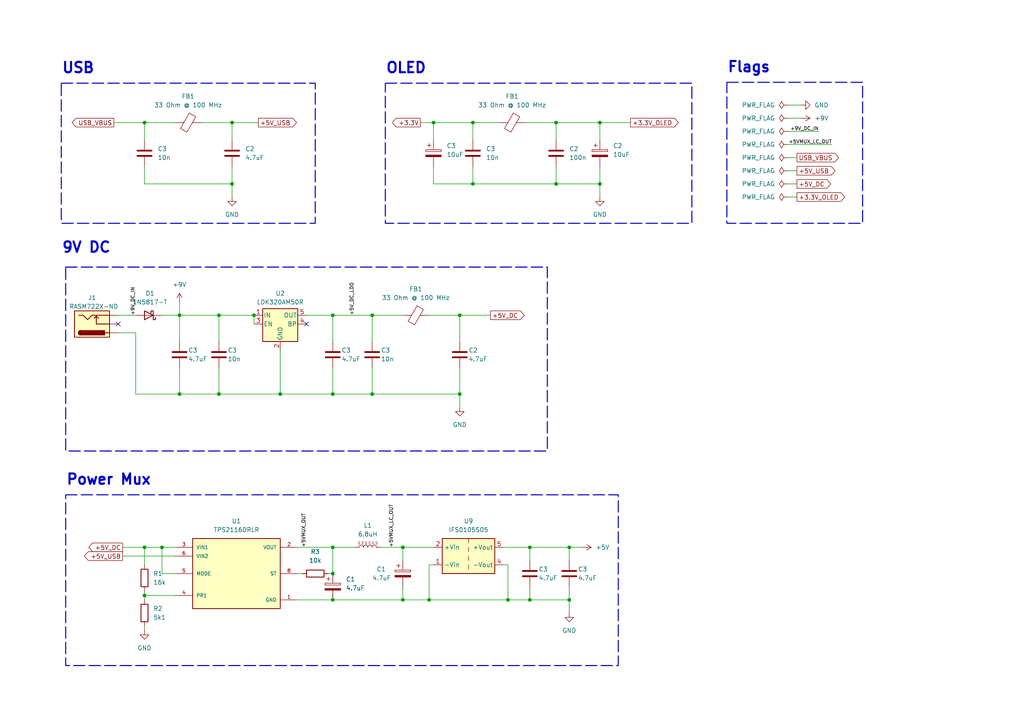
<source format=kicad_sch>
(kicad_sch (version 20230121) (generator eeschema)
  (paper "A4")
  (lib_symbols
    (symbol "DaisyBoard:1N5817-T" (pin_numbers hide) (pin_names (offset 1.016) hide)
      (property "Reference" "D" (at 0 2.54 0))
      (property "Value" "1N5817-T" (at 0 -2.54 0))
      (symbol "1N5817-T_0_1"
        (polyline (pts (xy 1.27 0) (xy -1.27 0)))
        (polyline (pts (xy 1.27 1.27) (xy 1.27 -1.27) (xy -1.27 0) (xy 1.27 1.27)) (stroke (width 0.254)))
        (polyline (pts (xy -1.905 0.635) (xy -1.905 1.27) (xy -1.27 1.27) (xy -1.27 -1.27) (xy -0.635 -1.27) (xy -0.635 -0.635)) (stroke (width 0.254)))
      )
      (symbol "1N5817-T_1_1"
        (pin passive line (at -3.81 0 0) (length 2.54) (name "K") (number "1"))
        (pin passive line (at 3.81 0 180) (length 2.54) (name "A") (number "2"))
      )
    )
    (symbol "DaisyBoard:865230440001" (pin_numbers hide) (pin_names (offset 0.254))
      (property "Reference" "C" (at 0.635 2.54 0))
      (property "Value" "4.7uF" (at 0.635 -2.54 0))
      (symbol "865230440001_0_1"
        (rectangle (start -2.286 0.508) (end 2.286 1.016))
        (polyline (pts (xy -1.778 2.286) (xy -0.762 2.286)))
        (polyline (pts (xy -1.27 2.794) (xy -1.27 1.778)))
        (rectangle (start 2.286 -0.508) (end -2.286 -1.016) (fill (type outline)))
      )
      (symbol "865230440001_1_1"
        (pin passive line (at 0 3.81 270) (length 2.794) (name "~") (number "1"))
        (pin passive line (at 0 -3.81 90) (length 2.794) (name "~") (number "2"))
      )
    )
    (symbol "DaisyBoard:BLM18PG330SN1D" (pin_numbers hide) (pin_names (offset 0))
      (property "Reference" "FB" (at -3.81 0.635 90))
      (property "Value" "33 Ohm @ 100 MHz" (at 3.81 0 90))
      (symbol "BLM18PG330SN1D_0_1"
        (polyline (pts (xy 0 -1.27) (xy 0 -1.2192)))
        (polyline (pts (xy 0 1.27) (xy 0 1.2954)))
        (polyline (pts (xy -2.7686 0.4064) (xy -1.7018 2.2606) (xy 2.7686 -0.3048) (xy 1.6764 -2.159) (xy -2.7686 0.4064)))
      )
      (symbol "BLM18PG330SN1D_1_1"
        (pin passive line (at 0 3.81 270) (length 2.54) (name "~") (number "1"))
        (pin passive line (at 0 -3.81 90) (length 2.54) (name "~") (number "2"))
      )
    )
    (symbol "DaisyBoard:CC0603KRX7R8BB103" (pin_numbers hide) (pin_names (offset 0.254))
      (property "Reference" "C" (at 0.635 2.54 0))
      (property "Value" "10n" (at 0.635 -2.54 0))
      (symbol "CC0603KRX7R8BB103_0_1"
        (polyline (pts (xy -2.032 -0.762) (xy 2.032 -0.762)) (stroke (width 0.508)))
        (polyline (pts (xy -2.032 0.762) (xy 2.032 0.762)) (stroke (width 0.508)))
      )
      (symbol "CC0603KRX7R8BB103_1_1"
        (pin passive line (at 0 3.81 270) (length 2.794) (name "~") (number "1"))
        (pin passive line (at 0 -3.81 90) (length 2.794) (name "~") (number "2"))
      )
    )
    (symbol "DaisyBoard:CC0603KRX7R8BB104" (pin_numbers hide) (pin_names (offset 0.254))
      (property "Reference" "C" (at 0.635 2.54 0))
      (property "Value" "100n" (at 0.635 -2.54 0))
      (symbol "CC0603KRX7R8BB104_0_1"
        (polyline (pts (xy -2.032 -0.762) (xy 2.032 -0.762)) (stroke (width 0.508)))
        (polyline (pts (xy -2.032 0.762) (xy 2.032 0.762)) (stroke (width 0.508)))
      )
      (symbol "CC0603KRX7R8BB104_1_1"
        (pin passive line (at 0 3.81 270) (length 2.794) (name "~") (number "1"))
        (pin passive line (at 0 -3.81 90) (length 2.794) (name "~") (number "2"))
      )
    )
    (symbol "DaisyBoard:GRM188R61E475KE11D" (pin_numbers hide) (pin_names (offset 0.254))
      (property "Reference" "C" (at 0.635 2.54 0))
      (property "Value" "4.7uF" (at 0.635 -2.54 0))
      (symbol "GRM188R61E475KE11D_0_1"
        (polyline (pts (xy -2.032 -0.762) (xy 2.032 -0.762)) (stroke (width 0.508)))
        (polyline (pts (xy -2.032 0.762) (xy 2.032 0.762)) (stroke (width 0.508)))
      )
      (symbol "GRM188R61E475KE11D_1_1"
        (pin passive line (at 0 3.81 270) (length 2.794) (name "~") (number "1"))
        (pin passive line (at 0 -3.81 90) (length 2.794) (name "~") (number "2"))
      )
    )
    (symbol "DaisyBoard:IFS0105S05"
      (property "Reference" "U" (at 0 8.89 0))
      (property "Value" "IFS0105S05" (at 0 6.35 0))
      (symbol "IFS0105S05_0_0"
        (pin power_out line (at 10.16 2.54 180) (length 2.54) (name "+Vout") (number "5"))
      )
      (symbol "IFS0105S05_0_1"
        (rectangle (start -7.62 5.08) (end 7.62 -5.08) (stroke (width 0.254)) (fill (type background)))
        (polyline (pts (xy 0 -2.54) (xy 0 -3.81)))
        (polyline (pts (xy 0 0) (xy 0 -1.27)))
        (polyline (pts (xy 0 2.54) (xy 0 1.27)))
        (polyline (pts (xy 0 5.08) (xy 0 3.81)))
      )
      (symbol "IFS0105S05_1_0"
        (pin passive line (at -10.16 -2.54 0) (length 2.54) (name "-Vin") (number "1"))
        (pin no_connect line (at 3.81 -7.62 90) (length 2.54) hide (name "NC") (number "3"))
        (pin passive line (at 10.16 -2.54 180) (length 2.54) (name "-Vout") (number "4"))
        (pin no_connect line (at -1.27 -7.62 90) (length 2.54) hide (name "NC") (number "6"))
        (pin no_connect line (at -3.81 -7.62 90) (length 2.54) hide (name "NC") (number "7"))
        (pin no_connect line (at 1.27 -7.62 90) (length 2.54) hide (name "NC") (number "8"))
      )
      (symbol "IFS0105S05_1_1"
        (pin power_in line (at -10.16 2.54 0) (length 2.54) (name "+Vin") (number "2"))
      )
    )
    (symbol "DaisyBoard:LDK320AM50R" (pin_names (offset 0.254))
      (property "Reference" "U" (at -3.81 5.715 0))
      (property "Value" "LDK320AM50R" (at 0 5.715 0))
      (symbol "LDK320AM50R_0_1"
        (rectangle (start -5.08 4.445) (end 5.08 -5.08) (stroke (width 0.254)) (fill (type background)))
      )
      (symbol "LDK320AM50R_1_1"
        (pin power_in line (at -7.62 2.54 0) (length 2.54) (name "IN") (number "1"))
        (pin power_in line (at 0 -7.62 90) (length 2.54) (name "GND") (number "2"))
        (pin input line (at -7.62 0 0) (length 2.54) (name "EN") (number "3"))
        (pin passive line (at 7.62 0 180) (length 2.54) (name "BP") (number "4"))
        (pin power_out line (at 7.62 2.54 180) (length 2.54) (name "OUT") (number "5"))
      )
    )
    (symbol "DaisyBoard:RASM722X" (pin_numbers hide) (pin_names hide)
      (property "Reference" "J" (at 0 5.334 0))
      (property "Value" "RASM722X-ND" (at 0 -5.08 0))
      (symbol "RASM722X_0_1"
        (rectangle (start -5.08 3.81) (end 5.08 -3.81) (stroke (width 0.254)) (fill (type background)))
        (arc (start -3.302 3.175) (mid -3.9343 2.54) (end -3.302 1.905) (stroke (width 0.254)))
        (arc (start -3.302 3.175) (mid -3.9343 2.54) (end -3.302 1.905) (stroke (width 0.254)) (fill (type outline)))
        (polyline (pts (xy 1.27 -2.286) (xy 1.905 -1.651)) (stroke (width 0.254)))
        (polyline (pts (xy 5.08 2.54) (xy 3.81 2.54)) (stroke (width 0.254)))
        (polyline (pts (xy 5.08 0) (xy 1.27 0) (xy 1.27 -2.286) (xy 0.635 -1.651)) (stroke (width 0.254)))
        (polyline (pts (xy -3.81 -2.54) (xy -2.54 -2.54) (xy -1.27 -1.27) (xy 0 -2.54) (xy 2.54 -2.54) (xy 5.08 -2.54)) (stroke (width 0.254)))
        (rectangle (start 3.683 3.175) (end -3.302 1.905) (stroke (width 0.254)) (fill (type outline)))
      )
      (symbol "RASM722X_1_1"
        (pin passive line (at 7.62 0 180) (length 2.54) (name "SHUNT") (number "SHUNT"))
        (pin passive line (at 7.62 -2.54 180) (length 2.54) (name "SLEEVE") (number "SLEEVE"))
        (pin passive line (at 7.62 2.54 180) (length 2.54) (name "TIP") (number "TIP"))
      )
    )
    (symbol "DaisyBoard:RC0603FR-0710KL" (pin_numbers hide) (pin_names (offset 0))
      (property "Reference" "R" (at 2.032 0 90))
      (property "Value" "10k" (at 0 0 90))
      (symbol "RC0603FR-0710KL_0_1"
        (rectangle (start -1.016 -2.54) (end 1.016 2.54) (stroke (width 0.254)))
      )
      (symbol "RC0603FR-0710KL_1_1"
        (pin passive line (at 0 3.81 270) (length 1.27) (name "~") (number "1"))
        (pin passive line (at 0 -3.81 90) (length 1.27) (name "~") (number "2"))
      )
    )
    (symbol "DaisyBoard:RC0603FR-0716KL" (pin_numbers hide) (pin_names (offset 0))
      (property "Reference" "R" (at 2.032 0 90))
      (property "Value" "16k" (at 0 0 90))
      (symbol "RC0603FR-0716KL_0_1"
        (rectangle (start -1.016 -2.54) (end 1.016 2.54) (stroke (width 0.254)))
      )
      (symbol "RC0603FR-0716KL_1_1"
        (pin passive line (at 0 3.81 270) (length 1.27) (name "~") (number "1"))
        (pin passive line (at 0 -3.81 90) (length 1.27) (name "~") (number "2"))
      )
    )
    (symbol "DaisyBoard:RC0603FR-075K1L" (pin_numbers hide) (pin_names (offset 0))
      (property "Reference" "R" (at 2.032 0 90))
      (property "Value" "5k1" (at 0 0 90))
      (symbol "RC0603FR-075K1L_0_1"
        (rectangle (start -1.016 -2.54) (end 1.016 2.54) (stroke (width 0.254)))
      )
      (symbol "RC0603FR-075K1L_1_1"
        (pin passive line (at 0 3.81 270) (length 1.27) (name "~") (number "1"))
        (pin passive line (at 0 -3.81 90) (length 1.27) (name "~") (number "2"))
      )
    )
    (symbol "DaisyBoard:TPS2116DRLR" (pin_names (offset 1.016))
      (property "Reference" "U" (at -12.7 11.049 0))
      (property "Value" "TPS2116DRLR" (at -12.7 -12.7 0))
      (symbol "TPS2116DRLR_0_0"
        (rectangle (start -12.7 10.16) (end 12.7 -10.16) (stroke (width 0.254)) (fill (type background)))
        (pin power_in line (at 17.78 -7.62 180) (length 5.08) (name "GND") (number "1"))
        (pin input line (at -17.78 -6.35 0) (length 5.08) (name "PR1") (number "4"))
        (pin input line (at -17.78 0 0) (length 5.08) (name "MODE") (number "5"))
        (pin output line (at 17.78 0 180) (length 5.08) (name "ST") (number "8"))
      )
      (symbol "TPS2116DRLR_1_0"
        (pin power_out line (at 17.78 7.62 180) (length 5.08) (name "VOUT") (number "2"))
        (pin power_in line (at -17.78 7.62 0) (length 5.08) (name "VIN1") (number "3"))
        (pin power_in line (at -17.78 5.08 0) (length 5.08) (name "VIN2") (number "6"))
        (pin passive line (at 17.78 7.62 180) (length 5.08) hide (name "VOUT") (number "7"))
      )
    )
    (symbol "DaisyBoard:TPSB106K016R0500" (pin_numbers hide) (pin_names (offset 0.254))
      (property "Reference" "C" (at 0.635 2.54 0))
      (property "Value" "10uF" (at 0.635 -2.54 0))
      (symbol "TPSB106K016R0500_0_1"
        (rectangle (start -2.286 0.508) (end 2.286 1.016))
        (polyline (pts (xy -1.778 2.286) (xy -0.762 2.286)))
        (polyline (pts (xy -1.27 2.794) (xy -1.27 1.778)))
        (rectangle (start 2.286 -0.508) (end -2.286 -1.016) (fill (type outline)))
      )
      (symbol "TPSB106K016R0500_1_1"
        (pin passive line (at 0 3.81 270) (length 2.794) (name "~") (number "1"))
        (pin passive line (at 0 -3.81 90) (length 2.794) (name "~") (number "2"))
      )
    )
    (symbol "Device:L_Ferrite" (pin_numbers hide) (pin_names (offset 1.016) hide)
      (property "Reference" "L" (at -1.27 0 90))
      (property "Value" "L_Ferrite" (at 2.794 0 90))
      (symbol "L_Ferrite_0_1"
        (arc (start 0 -2.54) (mid 0.6323 -1.905) (end 0 -1.27))
        (arc (start 0 -1.27) (mid 0.6323 -0.635) (end 0 0))
        (polyline (pts (xy 1.016 -2.794) (xy 1.016 -2.286)))
        (polyline (pts (xy 1.016 -1.778) (xy 1.016 -1.27)))
        (polyline (pts (xy 1.016 -0.762) (xy 1.016 -0.254)))
        (polyline (pts (xy 1.016 0.254) (xy 1.016 0.762)))
        (polyline (pts (xy 1.016 1.27) (xy 1.016 1.778)))
        (polyline (pts (xy 1.016 2.286) (xy 1.016 2.794)))
        (polyline (pts (xy 1.524 -2.286) (xy 1.524 -2.794)))
        (polyline (pts (xy 1.524 -1.27) (xy 1.524 -1.778)))
        (polyline (pts (xy 1.524 -0.254) (xy 1.524 -0.762)))
        (polyline (pts (xy 1.524 0.762) (xy 1.524 0.254)))
        (polyline (pts (xy 1.524 1.778) (xy 1.524 1.27)))
        (polyline (pts (xy 1.524 2.794) (xy 1.524 2.286)))
        (arc (start 0 0) (mid 0.6323 0.635) (end 0 1.27))
        (arc (start 0 1.27) (mid 0.6323 1.905) (end 0 2.54))
      )
      (symbol "L_Ferrite_1_1"
        (pin passive line (at 0 3.81 270) (length 1.27) (name "1") (number "1"))
        (pin passive line (at 0 -3.81 90) (length 1.27) (name "2") (number "2"))
      )
    )
    (symbol "power:+5V" (power) (pin_names (offset 0))
      (property "Value" "+5V" (at 0 3.556 0))
      (symbol "+5V_0_1"
        (polyline (pts (xy -0.762 1.27) (xy 0 2.54)))
        (polyline (pts (xy 0 0) (xy 0 2.54)))
        (polyline (pts (xy 0 2.54) (xy 0.762 1.27)))
      )
      (symbol "+5V_1_1"
        (pin power_in line (at 0 0 90) (length 0) hide (name "+5V") (number "1"))
      )
    )
    (symbol "power:+9V" (power) (pin_names (offset 0))
      (property "Value" "+9V" (at 0 3.556 0))
      (symbol "+9V_0_1"
        (polyline (pts (xy -0.762 1.27) (xy 0 2.54)))
        (polyline (pts (xy 0 0) (xy 0 2.54)))
        (polyline (pts (xy 0 2.54) (xy 0.762 1.27)))
      )
      (symbol "+9V_1_1"
        (pin power_in line (at 0 0 90) (length 0) hide (name "+9V") (number "1"))
      )
    )
    (symbol "power:GND" (power) (pin_names (offset 0))
      (property "Value" "GND" (at 0 -3.81 0))
      (symbol "GND_0_1"
        (polyline (pts (xy 0 0) (xy 0 -1.27) (xy 1.27 -1.27) (xy 0 -2.54) (xy -1.27 -1.27) (xy 0 -1.27)))
      )
      (symbol "GND_1_1"
        (pin power_in line (at 0 0 270) (length 0) hide (name "GND") (number "1"))
      )
    )
    (symbol "power:PWR_FLAG" (power) (pin_numbers hide) (pin_names (offset 0) hide)
      (property "Value" "PWR_FLAG" (at 0 3.81 0))
      (symbol "PWR_FLAG_0_0"
        (pin power_out line (at 0 0 90) (length 0) (name "pwr") (number "1"))
      )
      (symbol "PWR_FLAG_0_1"
        (polyline (pts (xy 0 0) (xy 0 1.27) (xy -1.016 1.905) (xy 0 2.54) (xy 1.016 1.905) (xy 0 1.27)))
      )
    )
  )
  (junction (at 52.07 91.44))
  (junction (at 133.35 114.3))
  (junction (at 96.52 158.75))
  (junction (at 153.67 158.75))
  (junction (at 147.32 173.99))
  (junction (at 67.31 53.34))
  (junction (at 153.67 173.99))
  (junction (at 96.52 166.37))
  (junction (at 96.52 173.99))
  (junction (at 41.91 172.72))
  (junction (at 116.84 158.75))
  (junction (at 173.99 35.56))
  (junction (at 63.5 114.3))
  (junction (at 124.46 173.99))
  (junction (at 81.28 114.3))
  (junction (at 67.31 35.56))
  (junction (at 52.07 114.3))
  (junction (at 107.95 114.3))
  (junction (at 41.91 35.56))
  (junction (at 173.99 53.34))
  (junction (at 96.52 114.3))
  (junction (at 96.52 91.44))
  (junction (at 116.84 173.99))
  (junction (at 165.1 173.99))
  (junction (at 161.29 53.34))
  (junction (at 46.99 158.75))
  (junction (at 73.66 91.44))
  (junction (at 133.35 91.44))
  (junction (at 41.91 158.75))
  (junction (at 165.1 158.75))
  (junction (at 125.73 35.56))
  (junction (at 107.95 91.44))
  (junction (at 161.29 35.56))
  (junction (at 137.16 35.56))
  (junction (at 63.5 91.44))
  (junction (at 137.16 53.34))
  (no_connect (at 88.9 93.98))
  (no_connect (at 34.29 93.98))
  (wire (pts (xy 67.31 35.56) (xy 74.93 35.56)))
  (wire (pts (xy 107.95 114.3) (xy 133.35 114.3)))
  (wire (pts (xy 86.36 173.99) (xy 96.52 173.99)))
  (wire (pts (xy 228.6 41.91) (xy 241.3 41.91)))
  (wire (pts (xy 153.67 158.75) (xy 146.05 158.75)))
  (wire (pts (xy 81.28 114.3) (xy 96.52 114.3)))
  (wire (pts (xy 228.6 34.29) (xy 232.41 34.29)))
  (wire (pts (xy 41.91 171.45) (xy 41.91 172.72)))
  (wire (pts (xy 41.91 158.75) (xy 41.91 163.83)))
  (wire (pts (xy 153.67 162.56) (xy 153.67 158.75)))
  (wire (pts (xy 153.67 170.18) (xy 153.67 173.99)))
  (wire (pts (xy 173.99 40.64) (xy 173.99 35.56)))
  (wire (pts (xy 116.84 173.99) (xy 124.46 173.99)))
  (wire (pts (xy 63.5 91.44) (xy 63.5 99.06)))
  (wire (pts (xy 73.66 91.44) (xy 73.66 93.98)))
  (wire (pts (xy 86.36 166.37) (xy 87.63 166.37)))
  (wire (pts (xy 41.91 181.61) (xy 41.91 182.88)))
  (wire (pts (xy 133.35 91.44) (xy 133.35 99.06)))
  (wire (pts (xy 137.16 48.26) (xy 137.16 53.34)))
  (wire (pts (xy 161.29 48.26) (xy 161.29 53.34)))
  (wire (pts (xy 96.52 91.44) (xy 107.95 91.44)))
  (wire (pts (xy 52.07 91.44) (xy 63.5 91.44)))
  (wire (pts (xy 153.67 173.99) (xy 165.1 173.99)))
  (wire (pts (xy 152.4 35.56) (xy 161.29 35.56)))
  (wire (pts (xy 41.91 35.56) (xy 50.8 35.56)))
  (wire (pts (xy 110.49 158.75) (xy 116.84 158.75)))
  (wire (pts (xy 63.5 114.3) (xy 81.28 114.3)))
  (wire (pts (xy 173.99 35.56) (xy 182.88 35.56)))
  (wire (pts (xy 67.31 48.26) (xy 67.31 53.34)))
  (wire (pts (xy 173.99 35.56) (xy 161.29 35.56)))
  (wire (pts (xy 96.52 114.3) (xy 107.95 114.3)))
  (wire (pts (xy 165.1 162.56) (xy 165.1 158.75)))
  (wire (pts (xy 228.6 30.48) (xy 232.41 30.48)))
  (wire (pts (xy 96.52 158.75) (xy 102.87 158.75)))
  (wire (pts (xy 39.37 91.44) (xy 34.29 91.44)))
  (wire (pts (xy 41.91 172.72) (xy 41.91 173.99)))
  (wire (pts (xy 228.6 57.15) (xy 231.14 57.15)))
  (wire (pts (xy 125.73 48.26) (xy 125.73 53.34)))
  (wire (pts (xy 39.37 114.3) (xy 52.07 114.3)))
  (wire (pts (xy 58.42 35.56) (xy 67.31 35.56)))
  (wire (pts (xy 116.84 158.75) (xy 116.84 162.56)))
  (wire (pts (xy 133.35 114.3) (xy 133.35 118.11)))
  (wire (pts (xy 228.6 45.72) (xy 231.14 45.72)))
  (wire (pts (xy 41.91 48.26) (xy 41.91 53.34)))
  (wire (pts (xy 137.16 35.56) (xy 144.78 35.56)))
  (wire (pts (xy 173.99 53.34) (xy 173.99 57.15)))
  (wire (pts (xy 125.73 35.56) (xy 125.73 40.64)))
  (wire (pts (xy 41.91 172.72) (xy 50.8 172.72)))
  (wire (pts (xy 46.99 158.75) (xy 46.99 166.37)))
  (wire (pts (xy 52.07 91.44) (xy 52.07 99.06)))
  (wire (pts (xy 153.67 173.99) (xy 147.32 173.99)))
  (wire (pts (xy 107.95 91.44) (xy 116.84 91.44)))
  (wire (pts (xy 137.16 53.34) (xy 161.29 53.34)))
  (wire (pts (xy 161.29 35.56) (xy 161.29 40.64)))
  (wire (pts (xy 35.56 158.75) (xy 41.91 158.75)))
  (wire (pts (xy 228.6 38.1) (xy 237.49 38.1)))
  (wire (pts (xy 96.52 173.99) (xy 116.84 173.99)))
  (wire (pts (xy 147.32 163.83) (xy 146.05 163.83)))
  (wire (pts (xy 147.32 163.83) (xy 147.32 173.99)))
  (wire (pts (xy 96.52 91.44) (xy 96.52 99.06)))
  (wire (pts (xy 124.46 163.83) (xy 124.46 173.99)))
  (wire (pts (xy 34.29 96.52) (xy 39.37 96.52)))
  (wire (pts (xy 228.6 53.34) (xy 231.14 53.34)))
  (wire (pts (xy 116.84 170.18) (xy 116.84 173.99)))
  (wire (pts (xy 124.46 163.83) (xy 125.73 163.83)))
  (wire (pts (xy 52.07 87.63) (xy 52.07 91.44)))
  (wire (pts (xy 96.52 158.75) (xy 96.52 166.37)))
  (wire (pts (xy 63.5 91.44) (xy 73.66 91.44)))
  (wire (pts (xy 52.07 114.3) (xy 63.5 114.3)))
  (wire (pts (xy 41.91 40.64) (xy 41.91 35.56)))
  (wire (pts (xy 33.02 35.56) (xy 41.91 35.56)))
  (wire (pts (xy 46.99 158.75) (xy 50.8 158.75)))
  (wire (pts (xy 41.91 53.34) (xy 67.31 53.34)))
  (wire (pts (xy 88.9 91.44) (xy 96.52 91.44)))
  (wire (pts (xy 165.1 170.18) (xy 165.1 173.99)))
  (wire (pts (xy 133.35 106.68) (xy 133.35 114.3)))
  (wire (pts (xy 67.31 35.56) (xy 67.31 40.64)))
  (wire (pts (xy 39.37 96.52) (xy 39.37 114.3)))
  (wire (pts (xy 161.29 53.34) (xy 173.99 53.34)))
  (wire (pts (xy 50.8 166.37) (xy 46.99 166.37)))
  (wire (pts (xy 95.25 166.37) (xy 96.52 166.37)))
  (wire (pts (xy 153.67 158.75) (xy 165.1 158.75)))
  (wire (pts (xy 165.1 173.99) (xy 165.1 177.8)))
  (wire (pts (xy 125.73 35.56) (xy 137.16 35.56)))
  (wire (pts (xy 107.95 106.68) (xy 107.95 114.3)))
  (wire (pts (xy 165.1 158.75) (xy 168.91 158.75)))
  (wire (pts (xy 124.46 173.99) (xy 147.32 173.99)))
  (wire (pts (xy 125.73 53.34) (xy 137.16 53.34)))
  (wire (pts (xy 52.07 106.68) (xy 52.07 114.3)))
  (wire (pts (xy 41.91 158.75) (xy 46.99 158.75)))
  (wire (pts (xy 63.5 106.68) (xy 63.5 114.3)))
  (wire (pts (xy 86.36 158.75) (xy 96.52 158.75)))
  (wire (pts (xy 35.56 161.29) (xy 50.8 161.29)))
  (wire (pts (xy 133.35 91.44) (xy 142.24 91.44)))
  (wire (pts (xy 137.16 40.64) (xy 137.16 35.56)))
  (wire (pts (xy 173.99 48.26) (xy 173.99 53.34)))
  (wire (pts (xy 96.52 106.68) (xy 96.52 114.3)))
  (wire (pts (xy 81.28 101.6) (xy 81.28 114.3)))
  (wire (pts (xy 107.95 91.44) (xy 107.95 99.06)))
  (wire (pts (xy 46.99 91.44) (xy 52.07 91.44)))
  (wire (pts (xy 121.92 35.56) (xy 125.73 35.56)))
  (wire (pts (xy 228.6 49.53) (xy 231.14 49.53)))
  (wire (pts (xy 124.46 91.44) (xy 133.35 91.44)))
  (wire (pts (xy 116.84 158.75) (xy 125.73 158.75)))
  (wire (pts (xy 67.31 53.34) (xy 67.31 57.15)))
  (rectangle (start 210.82 23.876) (end 250.19 64.77) (stroke (width 0.3) (type dash)))
  (rectangle (start 17.78 24.13) (end 91.44 64.77) (stroke (width 0.3) (type dash)))
  (rectangle (start 111.76 24.13) (end 200.66 64.77) (stroke (width 0.3) (type dash)))
  (rectangle (start 19.05 143.51) (end 179.324 193.04) (stroke (width 0.3) (type dash)))
  (rectangle (start 19.05 77.47) (end 158.75 130.81) (stroke (width 0.3) (type dash)))
  (text "Power Mux" (at 19.05 140.97 0) (effects (font (size 3 3) (thickness 0.6) bold) (justify left bottom)))
  (text "9V DC" (at 17.78 73.66 0) (effects (font (size 3 3) (thickness 0.6) bold) (justify left bottom)))
  (text "USB" (at 17.78 21.59 0) (effects (font (size 3 3) (thickness 0.6) bold) (justify left bottom)))
  (text "Flags" (at 210.82 21.336 0) (effects (font (size 3 3) (thickness 0.6) bold) (justify left bottom)))
  (text "OLED" (at 111.76 21.59 0) (effects (font (size 3 3) (thickness 0.6) bold) (justify left bottom)))
  (label "+5VMUX_LC_OUT" (at 114.3 158.75 90) (effects (font (size 1 1))))
  (label "+5VMUX_LC_OUT" (at 241.3 41.91 180) (effects (font (size 1 1))))
  (label "+5V_DC_LDO" (at 102.87 91.44 90) (effects (font (size 1 1))))
  (label "+9V_DC_IN" (at 39.37 91.44 90) (effects (font (size 1 1))))
  (label "+9V_DC_IN" (at 237.49 38.1 180) (effects (font (size 1 1))))
  (label "+5VMUX_OUT" (at 88.9 158.75 90) (effects (font (size 1 1))))
  (global_label "+3.3V_OLED" (shape output) (at 231.14 57.15 0) (property "Intersheetrefs" "${INTERSHEET_REFS}" (effects hide)))
  (global_label "+3.3V_OLED" (shape output) (at 182.88 35.56 0) (property "Intersheetrefs" "${INTERSHEET_REFS}" (effects hide)))
  (global_label "+5V_USB" (shape output) (at 35.56 161.29 180) (property "Intersheetrefs" "${INTERSHEET_REFS}" (effects hide)))
  (global_label "+5V_USB" (shape output) (at 231.14 49.53 0) (property "Intersheetrefs" "${INTERSHEET_REFS}" (effects hide)))
  (global_label "+3.3V" (shape output) (at 121.92 35.56 180) (property "Intersheetrefs" "${INTERSHEET_REFS}" (effects hide)))
  (global_label "+5V_DC" (shape output) (at 231.14 53.34 0) (property "Intersheetrefs" "${INTERSHEET_REFS}" (effects hide)))
  (global_label "+5V_USB" (shape output) (at 74.93 35.56 0) (property "Intersheetrefs" "${INTERSHEET_REFS}" (effects hide)))
  (global_label "+5V_DC" (shape output) (at 35.56 158.75 180) (property "Intersheetrefs" "${INTERSHEET_REFS}" (effects hide)))
  (global_label "USB_VBUS" (shape output) (at 231.14 45.72 0) (property "Intersheetrefs" "${INTERSHEET_REFS}" (effects hide)))
  (global_label "+5V_DC" (shape output) (at 142.24 91.44 0) (property "Intersheetrefs" "${INTERSHEET_REFS}" (effects hide)))
  (global_label "USB_VBUS" (shape output) (at 33.02 35.56 180) (property "Intersheetrefs" "${INTERSHEET_REFS}" (effects hide)))
  (symbol (lib_id "power:PWR_FLAG") (at 228.6 49.53 90) (unit 1)
    (property "Reference" "#FLG04" (effects hide))
    (property "Value" "PWR_FLAG" (at 224.79 49.53 90) (effects (justify left)))
  )
  (symbol (lib_id "power:GND") (at 133.35 118.11 0) (unit 1)
    (property "Reference" "#PWR01" (effects hide))
    (property "Value" "GND" (at 133.35 123.19 0))
    (instances (project "DaisyBoard" (path "" (reference "#PWR01") (unit 1)) (path "" (reference "#PWR09") (unit 1))))
  )
  (symbol (lib_id "DaisyBoard:CC0603KRX7R8BB103") (at 137.16 44.45 0) (unit 1)
    (property "Reference" "C3" (at 140.97 43.18 0) (effects (justify left)))
    (property "Value" "10n" (at 140.97 45.72 0) (effects (justify left)))
    (property "Footprint" "Capacitor_SMD:C_0603_1608Metric" (effects hide))
    (property "DNP" "311-1360-1-ND" (effects hide))
    (property "MPN" "CC0603KRX7R8BB103" (effects hide))
    (instances (project "DaisyBoard" (path "" (reference "C3") (unit 1)) (path "" (reference "C27") (unit 1))))
  )
  (symbol (lib_id "DaisyBoard:RC0603FR-0716KL") (at 41.91 167.64 180) (unit 1)
    (property "Reference" "R1" (at 44.45 166.37 0) (effects (justify right)))
    (property "Value" "16k" (at 44.45 168.91 0) (effects (justify right)))
    (property "Footprint" "Resistor_SMD:R_0603_1608Metric" (effects hide))
    (property "DNP" "311-16.0KHRCT-ND" (effects hide))
    (property "MPN" "RC0603FR-0716KL" (effects hide))
  )
  (symbol (lib_id "DaisyBoard:TPSB106K016R0500") (at 173.99 44.45 0) (unit 1)
    (property "Reference" "C2" (at 177.8 42.291 0) (effects (justify left)))
    (property "Value" "10uF" (at 177.8 44.831 0) (effects (justify left)))
    (property "Footprint" "Capacitor_Tantalum_SMD:CP_EIA-3528-15_AVX-H_Pad1.50x2.35mm_HandSolder" (effects hide))
    (property "DNP" "478-5230-1-ND" (effects hide))
    (property "MPN" "TPSB106K016R0500" (effects hide))
    (instances (project "DaisyBoard" (path "" (reference "C2") (unit 1)) (path "" (reference "C30") (unit 1))))
  )
  (symbol (lib_id "power:PWR_FLAG") (at 228.6 57.15 90) (unit 1)
    (property "Reference" "#FLG07" (effects hide))
    (property "Value" "PWR_FLAG" (at 224.79 57.15 90) (effects (justify left)))
  )
  (symbol (lib_id "DaisyBoard:BLM18PG330SN1D") (at 120.65 91.44 90) (unit 1)
    (property "Reference" "FB1" (at 120.5992 83.82 90))
    (property "Value" "33 Ohm @ 100 MHz" (at 120.5992 86.36 90))
    (property "Footprint" "Inductor_SMD:L_0603_1608Metric" (effects hide))
    (property "DNP" "490-5220-1-ND" (effects hide))
    (property "MPN" "BLM18PG330SN1D" (effects hide))
    (instances (project "DaisyBoard" (path "" (reference "FB1") (unit 1)) (path "" (reference "FB2") (unit 1))))
  )
  (symbol (lib_id "power:GND") (at 232.41 30.48 90) (unit 1)
    (property "Reference" "#PWR01" (effects hide))
    (property "Value" "GND" (at 236.22 30.48 90) (effects (justify right)))
    (instances (project "DaisyBoard" (path "" (reference "#PWR01") (unit 1)) (path "" (reference "#PWR010") (unit 1))))
  )
  (symbol (lib_id "DaisyBoard:LDK320AM50R") (at 81.28 93.98 0) (unit 1)
    (property "Reference" "U2" (at 81.28 85.09 0))
    (property "Value" "LDK320AM50R" (at 81.28 87.63 0))
    (property "Footprint" "Package_TO_SOT_SMD:SOT-23-5_HandSoldering" (effects hide))
    (property "Datasheet" "https://www.st.com/resource/en/datasheet/ldk320.pdf" (effects hide))
    (property "DNP" "497-16697-1-ND" (effects hide))
    (property "MPN" "LDK320AM50R" (effects hide))
  )
  (symbol (lib_id "power:GND") (at 41.91 182.88 0) (unit 1)
    (property "Reference" "#PWR05" (effects hide))
    (property "Value" "GND" (at 41.91 187.96 0))
  )
  (symbol (lib_id "DaisyBoard:CC0603KRX7R8BB103") (at 63.5 102.87 0) (unit 1)
    (property "Reference" "C3" (at 66.04 101.6 0) (effects (justify left)))
    (property "Value" "10n" (at 66.04 104.14 0) (effects (justify left)))
    (property "Footprint" "Capacitor_SMD:C_0603_1608Metric" (effects hide))
    (property "DNP" "311-1360-1-ND" (effects hide))
    (property "MPN" "CC0603KRX7R8BB103" (effects hide))
  )
  (symbol (lib_id "DaisyBoard:GRM188R61E475KE11D") (at 133.35 102.87 0) (unit 1)
    (property "Reference" "C2" (at 135.89 101.6 0) (effects (justify left)))
    (property "Value" "4.7uF" (at 135.89 104.14 0) (effects (justify left)))
    (property "Footprint" "Capacitor_SMD:C_0603_1608Metric" (effects hide))
    (property "MPN" "GRM188R61E475KE11D" (effects hide))
    (instances (project "DaisyBoard" (path "" (reference "C2") (unit 1)) (path "" (reference "C9") (unit 1))))
  )
  (symbol (lib_id "Device:L_Ferrite") (at 106.68 158.75 90) (unit 1)
    (property "Reference" "L1" (at 106.68 152.4 90))
    (property "Value" "6.8uH" (at 106.68 154.94 90))
    (property "Footprint" "Inductor_SMD:L_0603_1608Metric" (effects hide))
  )
  (symbol (lib_id "DaisyBoard:TPS2116DRLR") (at 68.58 166.37 0) (unit 1)
    (property "Reference" "U1" (at 68.58 151.13 0))
    (property "Value" "TPS2116DRLR" (at 68.58 153.67 0))
    (property "Footprint" "DaisyBoard:SOTFL50P160X60-8N" (effects hide))
    (property "Datasheet" "https://www.ti.com/lit/ds/symlink/tps2116.pdf" (effects hide))
    (property "STANDARD" "IPC 7351B" (effects hide))
    (property "Description" " 1.6-V to 5.5-V, 40-mΩ, 2.5-A, low-IQ, priority power multiplexer " (effects hide))
    (property "MANUFACTURER" "Texas Instruments" (effects hide))
    (property "DNP" "296-TPS2116DRLRCT-ND" (effects hide))
    (property "MPN" "TPS2116DRLR" (effects hide))
  )
  (symbol (lib_id "DaisyBoard:GRM188R61E475KE11D") (at 96.52 102.87 0) (unit 1)
    (property "Reference" "C3" (at 99.06 101.6 0) (effects (justify left)))
    (property "Value" "4.7uF" (at 99.06 104.14 0) (effects (justify left)))
    (property "Footprint" "Capacitor_SMD:C_0603_1608Metric" (effects hide))
    (property "MPN" "GRM188R61E475KE11D" (effects hide))
    (instances (project "DaisyBoard" (path "" (reference "C3") (unit 1)) (path "" (reference "C6") (unit 1))))
  )
  (symbol (lib_id "power:GND") (at 173.99 57.15 0) (unit 1)
    (property "Reference" "#PWR01" (effects hide))
    (property "Value" "GND" (at 173.99 62.23 0))
    (instances (project "DaisyBoard" (path "" (reference "#PWR01") (unit 1)) (path "" (reference "#PWR055") (unit 1))))
  )
  (symbol (lib_id "DaisyBoard:865230440001") (at 96.52 170.18 0) (unit 1)
    (property "Reference" "C1" (at 100.33 168.021 0) (effects (justify left)))
    (property "Value" "4.7uF" (at 100.33 170.561 0) (effects (justify left)))
    (property "Footprint" "Capacitor_SMD:CP_Elec_4x5.4" (effects hide))
    (property "Datasheet" "https://www.we-online.com/katalog/datasheet/865230440001.pdf" (effects hide))
    (property "DNP" "732-8258-1-ND" (effects hide))
    (property "MPN" "865230440001" (effects hide))
    (instances (project "DaisyBoard" (path "" (reference "C1") (unit 1)) (path "" (reference "C5") (unit 1))))
  )
  (symbol (lib_id "DaisyBoard:865230440001") (at 116.84 166.37 0) (unit 1)
    (property "Reference" "C1" (at 109.22 165.1 0) (effects (justify left)))
    (property "Value" "4.7uF" (at 107.95 167.64 0) (effects (justify left)))
    (property "Footprint" "Capacitor_SMD:CP_Elec_4x5.4" (effects hide))
    (property "Datasheet" "https://www.we-online.com/katalog/datasheet/865230440001.pdf" (effects hide))
    (property "DNP" "732-8258-1-ND" (effects hide))
    (property "MPN" "865230440001" (effects hide))
    (instances (project "DaisyBoard" (path "" (reference "C1") (unit 1)) (path "" (reference "C10") (unit 1))))
  )
  (symbol (lib_id "DaisyBoard:CC0603KRX7R8BB103") (at 107.95 102.87 0) (unit 1)
    (property "Reference" "C3" (at 110.49 101.6 0) (effects (justify left)))
    (property "Value" "10n" (at 110.49 104.14 0) (effects (justify left)))
    (property "Footprint" "Capacitor_SMD:C_0603_1608Metric" (effects hide))
    (property "DNP" "311-1360-1-ND" (effects hide))
    (property "MPN" "CC0603KRX7R8BB103" (effects hide))
    (instances (project "DaisyBoard" (path "" (reference "C3") (unit 1)) (path "" (reference "C8") (unit 1))))
  )
  (symbol (lib_id "DaisyBoard:BLM18PG330SN1D") (at 148.59 35.56 90) (unit 1)
    (property "Reference" "FB1" (at 148.5392 27.94 90))
    (property "Value" "33 Ohm @ 100 MHz" (at 148.5392 30.48 90))
    (property "Footprint" "Inductor_SMD:L_0603_1608Metric" (effects hide))
    (property "DNP" "490-5220-1-ND" (effects hide))
    (property "MPN" "BLM18PG330SN1D" (effects hide))
    (instances (project "DaisyBoard" (path "" (reference "FB1") (unit 1)) (path "" (reference "FB7") (unit 1))))
  )
  (symbol (lib_id "DaisyBoard:GRM188R61E475KE11D") (at 67.31 44.45 0) (unit 1)
    (property "Reference" "C2" (at 71.12 43.18 0) (effects (justify left)))
    (property "Value" "4.7uF" (at 71.12 45.72 0) (effects (justify left)))
    (property "Footprint" "Capacitor_SMD:C_0603_1608Metric" (effects hide))
    (property "MPN" "GRM188R61E475KE11D" (effects hide))
    (instances (project "DaisyBoard" (path "" (reference "C2") (unit 1)) (path "" (reference "C4") (unit 1))))
  )
  (symbol (lib_id "power:+9V") (at 232.41 34.29 270) (unit 1)
    (property "Reference" "#PWR096" (effects hide))
    (property "Value" "+9V" (at 236.22 34.29 90) (effects (justify left)))
  )
  (symbol (lib_id "DaisyBoard:RC0603FR-075K1L") (at 41.91 177.8 180) (unit 1)
    (property "Reference" "R2" (at 44.45 176.53 0) (effects (justify right)))
    (property "Value" "5k1" (at 44.45 179.07 0) (effects (justify right)))
    (property "Footprint" "Resistor_SMD:R_0603_1608Metric" (effects hide))
    (property "DNP" "311-5.10KHRCT-ND" (effects hide))
    (property "MPN" "RC0603FR-075K1L" (effects hide))
  )
  (symbol (lib_id "power:PWR_FLAG") (at 228.6 38.1 90) (unit 1)
    (property "Reference" "#FLG02" (effects hide))
    (property "Value" "PWR_FLAG" (at 224.79 38.1 90) (effects (justify left)))
  )
  (symbol (lib_id "power:PWR_FLAG") (at 228.6 45.72 90) (unit 1)
    (property "Reference" "#FLG06" (effects hide))
    (property "Value" "PWR_FLAG" (at 224.79 45.72 90) (effects (justify left)))
  )
  (symbol (lib_id "power:GND") (at 67.31 57.15 0) (unit 1)
    (property "Reference" "#PWR01" (effects hide))
    (property "Value" "GND" (at 67.31 62.23 0))
    (instances (project "DaisyBoard" (path "" (reference "#PWR01") (unit 1)) (path "" (reference "#PWR06") (unit 1))))
  )
  (symbol (lib_id "power:+5V") (at 168.91 158.75 270) (unit 1)
    (property "Reference" "#PWR07" (effects hide))
    (property "Value" "+5V" (at 172.72 158.75 90) (effects (justify left)))
  )
  (symbol (lib_id "power:PWR_FLAG") (at 228.6 30.48 90) (unit 1)
    (property "Reference" "#FLG01" (effects hide))
    (property "Value" "PWR_FLAG" (at 224.79 30.48 90) (effects (justify left)))
  )
  (symbol (lib_id "DaisyBoard:GRM188R61E475KE11D") (at 153.67 166.37 0) (unit 1)
    (property "Reference" "C3" (at 156.21 165.1 0) (effects (justify left)))
    (property "Value" "4.7uF" (at 156.21 167.64 0) (effects (justify left)))
    (property "Footprint" "Capacitor_SMD:C_0603_1608Metric" (effects hide))
    (property "MPN" "GRM188R61E475KE11D" (effects hide))
    (instances (project "DaisyBoard" (path "" (reference "C3") (unit 1)) (path "" (reference "C40") (unit 1))))
  )
  (symbol (lib_id "power:PWR_FLAG") (at 228.6 41.91 90) (unit 1)
    (property "Reference" "#FLG08" (effects hide))
    (property "Value" "PWR_FLAG" (at 224.79 41.91 90) (effects (justify left)))
  )
  (symbol (lib_id "power:GND") (at 165.1 177.8 0) (unit 1)
    (property "Reference" "#PWR08" (effects hide))
    (property "Value" "GND" (at 165.1 182.88 0))
  )
  (symbol (lib_id "DaisyBoard:BLM18PG330SN1D") (at 54.61 35.56 90) (unit 1)
    (property "Reference" "FB1" (at 54.5592 27.94 90))
    (property "Value" "33 Ohm @ 100 MHz" (at 54.5592 30.48 90))
    (property "Footprint" "Inductor_SMD:L_0603_1608Metric" (effects hide))
    (property "DNP" "490-5220-1-ND" (effects hide))
    (property "MPN" "BLM18PG330SN1D" (effects hide))
  )
  (symbol (lib_id "DaisyBoard:CC0603KRX7R8BB104") (at 161.29 44.45 0) (unit 1)
    (property "Reference" "C2" (at 165.1 43.18 0) (effects (justify left)))
    (property "Value" "100n" (at 165.1 45.72 0) (effects (justify left)))
    (property "Footprint" "Capacitor_SMD:C_0603_1608Metric" (effects hide))
    (property "DNP" "311-1341-1-ND" (effects hide))
    (property "MPN" "CC0603KRX7R8BB104" (effects hide))
    (instances (project "DaisyBoard" (path "" (reference "C2") (unit 1)) (path "" (reference "C28") (unit 1))))
  )
  (symbol (lib_id "power:PWR_FLAG") (at 228.6 34.29 90) (unit 1)
    (property "Reference" "#FLG03" (effects hide))
    (property "Value" "PWR_FLAG" (at 224.79 34.29 90) (effects (justify left)))
  )
  (symbol (lib_id "DaisyBoard:RC0603FR-0710KL") (at 91.44 166.37 90) (unit 1)
    (property "Reference" "R3" (at 91.44 160.02 90))
    (property "Value" "10k" (at 91.44 162.56 90))
    (property "Footprint" "Resistor_SMD:R_0603_1608Metric" (effects hide))
    (property "DNP" "311-10.0KHRCT-ND" (effects hide))
    (property "MPN" "RC0603FR-0710KL" (effects hide))
  )
  (symbol (lib_id "DaisyBoard:TPSB106K016R0500") (at 125.73 44.45 0) (unit 1)
    (property "Reference" "C3" (at 129.54 42.291 0) (effects (justify left)))
    (property "Value" "10uF" (at 129.54 44.831 0) (effects (justify left)))
    (property "Footprint" "Capacitor_Tantalum_SMD:CP_EIA-3528-15_AVX-H_Pad1.50x2.35mm_HandSolder" (effects hide))
    (property "DNP" "478-5230-1-ND" (effects hide))
    (property "MPN" "TPSB106K016R0500" (effects hide))
    (instances (project "DaisyBoard" (path "" (reference "C3") (unit 1)) (path "" (reference "C29") (unit 1))))
  )
  (symbol (lib_id "power:PWR_FLAG") (at 228.6 53.34 90) (unit 1)
    (property "Reference" "#FLG05" (effects hide))
    (property "Value" "PWR_FLAG" (at 224.79 53.34 90) (effects (justify left)))
  )
  (symbol (lib_id "DaisyBoard:GRM188R61E475KE11D") (at 165.1 166.37 0) (unit 1)
    (property "Reference" "C3" (at 167.64 165.1 0) (effects (justify left)))
    (property "Value" "4.7uF" (at 167.64 167.64 0) (effects (justify left)))
    (property "Footprint" "Capacitor_SMD:C_0603_1608Metric" (effects hide))
    (property "MPN" "GRM188R61E475KE11D" (effects hide))
    (instances (project "DaisyBoard" (path "" (reference "C3") (unit 1)) (path "" (reference "C41") (unit 1))))
  )
  (symbol (lib_id "DaisyBoard:1N5817-T") (at 43.18 91.44 180) (unit 1)
    (property "Reference" "D1" (at 43.4975 85.09 0))
    (property "Value" "1N5817-T" (at 43.4975 87.63 0))
    (property "Footprint" "Diode_THT:D_DO-41_SOD81_P10.16mm_Horizontal" (effects hide))
    (property "Datasheet" "http://www.vishay.com/docs/88525/1n5817.pdf" (effects hide))
    (property "DNP" "1N5817DICT-ND " (effects hide))
    (property "MPN" "1N5817-T" (effects hide))
  )
  (symbol (lib_id "DaisyBoard:CC0603KRX7R8BB103") (at 41.91 44.45 0) (unit 1)
    (property "Reference" "C3" (at 45.72 43.18 0) (effects (justify left)))
    (property "Value" "10n" (at 45.72 45.72 0) (effects (justify left)))
    (property "Footprint" "Capacitor_SMD:C_0603_1608Metric" (effects hide))
    (property "DNP" "311-1360-1-ND" (effects hide))
    (property "MPN" "CC0603KRX7R8BB103" (effects hide))
    (instances (project "DaisyBoard" (path "" (reference "C3") (unit 1)) (path "" (reference "C1") (unit 1))))
  )
  (symbol (lib_id "DaisyBoard:IFS0105S05") (at 135.89 161.29 0) (unit 1)
    (property "Reference" "U9" (at 135.89 151.13 0))
    (property "Value" "IFS0105S05" (at 135.89 153.67 0))
    (property "Footprint" "DaisyBoard:IFS0105S05" (effects hide))
    (property "Datasheet" "https://www.xppower.com/portals/0/pdfs/SF_IFS01.pdf" (effects hide))
    (property "MPN" "IFS0105S05" (effects hide))
  )
  (symbol (lib_id "DaisyBoard:RASM722X") (at 26.67 93.98 0) (mirror x) (unit 1)
    (property "Reference" "J1" (at 27.94 86.36 0) (effects (justify right)))
    (property "Value" "RASM722X-ND" (at 34.29 88.9 0) (effects (justify right)))
    (property "Footprint" "DaisyBoard:RASM722X" (effects hide))
    (property "Datasheet" "https://www.switchcraft.com/assets/1/24/rasm722x_cd.pdf?6500" (effects hide))
    (property "DNP" "RASM722X-ND" (effects hide))
    (property "MPN" "RASM722X" (effects hide))
  )
  (symbol (lib_id "power:+9V") (at 52.07 87.63 0) (unit 1)
    (property "Reference" "#PWR095" (effects hide))
    (property "Value" "+9V" (at 52.07 82.55 0))
  )
  (symbol (lib_id "DaisyBoard:GRM188R61E475KE11D") (at 52.07 102.87 0) (unit 1)
    (property "Reference" "C3" (at 54.61 101.6 0) (effects (justify left)))
    (property "Value" "4.7uF" (at 54.61 104.14 0) (effects (justify left)))
    (property "Footprint" "Capacitor_SMD:C_0603_1608Metric" (effects hide))
    (property "MPN" "GRM188R61E475KE11D" (effects hide))
    (instances (project "DaisyBoard" (path "" (reference "C3") (unit 1)) (path "" (reference "C2") (unit 1))))
  )
)
</source>
